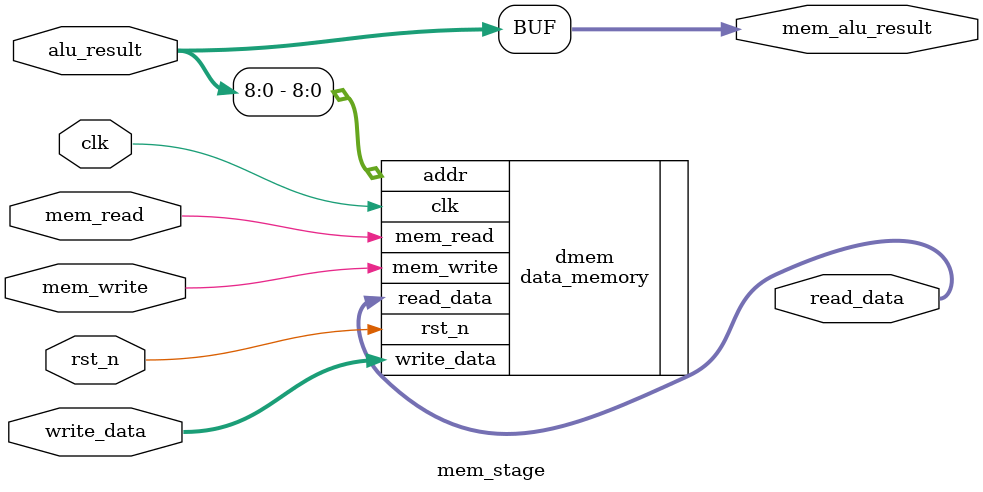
<source format=v>
`include "../defines.v"

module mem_stage (
    input  wire        clk,
    input  wire        rst_n,
    // Control signals
    input  wire        mem_read,
    input  wire        mem_write,
    // Data inputs
    input  wire [15:0] alu_result,
    input  wire [15:0] write_data,
    // Outputs
    output wire [15:0] read_data,
    output wire [15:0] mem_alu_result
);

    // Pass ALU result through
    assign mem_alu_result = alu_result;
    
    // Data memory instance
    data_memory dmem (
        .clk(clk),
        .rst_n(rst_n),
        .mem_read(mem_read),
        .mem_write(mem_write),
        .addr(alu_result[8:0]),  // Lower 9 bits for 512B memory
        .write_data(write_data),
        .read_data(read_data)
    );

endmodule
</source>
